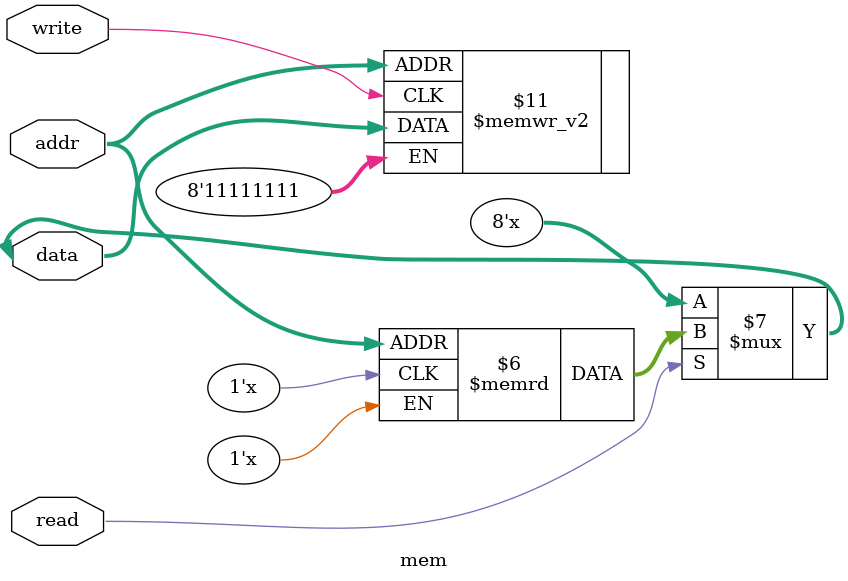
<source format=v>
/***************
* 32X8 MEMORY *
***************/

`timescale 1 ns / 1 ns

module mem (data,
            addr,
            read,
            write);
    inout [7:0] data ;
    input [4:0] addr ;
    input read ;
    input write;
    wire [7:0] data;
    reg [7:0] memory [0:31];
    always @(posedge write) begin
        memory[addr] = data;
    end
    
    assign data=read?memory[addr]:8'hZ;

     
endmodule

</source>
